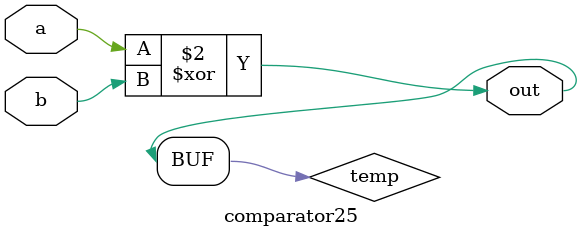
<source format=v>
module comparator25 (
  input a,
  input b,
  output out
);

    reg temp;
    always @(*) begin
        temp = a ^ b; // ^ represents the XOR operator
    end
    
    assign out = temp;
endmodule
</source>
